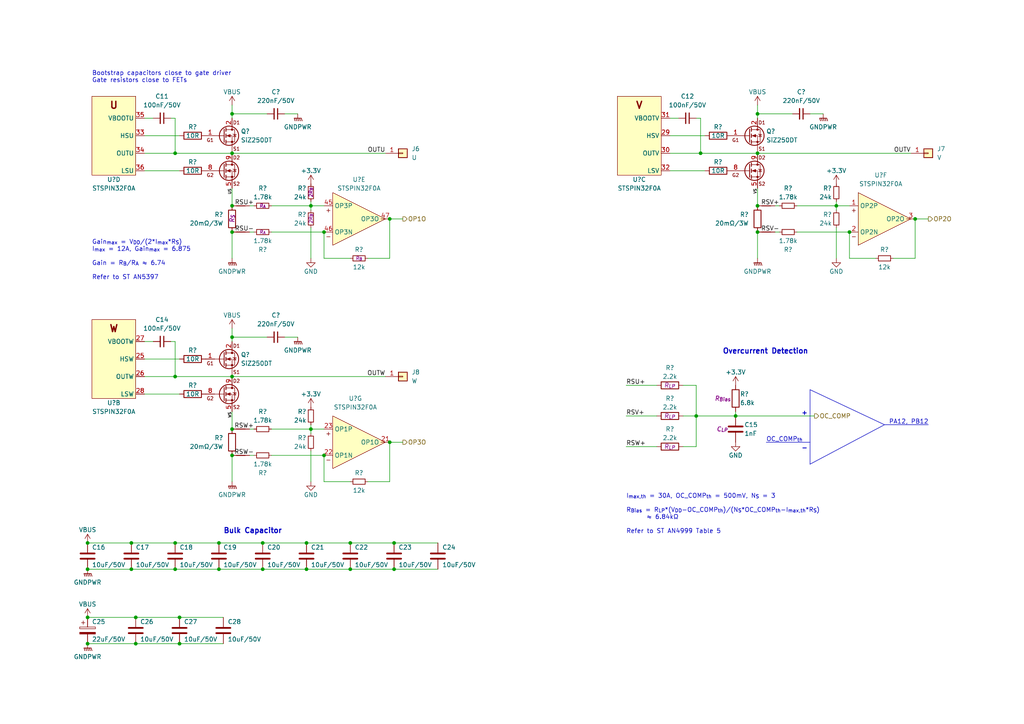
<source format=kicad_sch>
(kicad_sch (version 20230121) (generator eeschema)
  (paper "A4")
  (junction (at 67.31 109.22))
  (junction (at 114.3 165.1))
  (junction (at 219.71 33.02))
  (junction (at 38.1 165.1))
  (junction (at 50.8 44.45))
  (junction (at 25.4 186.69))
  (junction (at 113.03 63.5))
  (junction (at 88.9 157.48))
  (junction (at 114.3 157.48))
  (junction (at 90.17 59.69))
  (junction (at 203.2 44.45))
  (junction (at 242.57 59.69))
  (junction (at 113.03 128.27))
  (junction (at 213.36 120.65))
  (junction (at 219.71 59.69))
  (junction (at 101.6 157.48))
  (junction (at 39.37 186.69))
  (junction (at 67.31 67.31))
  (junction (at 201.93 120.65))
  (junction (at 52.07 186.69))
  (junction (at 52.07 179.07))
  (junction (at 50.8 165.1))
  (junction (at 25.4 157.48))
  (junction (at 25.4 165.1))
  (junction (at 88.9 165.1))
  (junction (at 90.17 124.46))
  (junction (at 25.4 179.07))
  (junction (at 101.6 165.1))
  (junction (at 50.8 109.22))
  (junction (at 219.71 44.45))
  (junction (at 76.2 165.1))
  (junction (at 67.31 124.46))
  (junction (at 67.31 33.02))
  (junction (at 265.43 63.5))
  (junction (at 63.5 165.1))
  (junction (at 67.31 44.45))
  (junction (at 50.8 157.48))
  (junction (at 246.38 67.31))
  (junction (at 38.1 157.48))
  (junction (at 76.2 157.48))
  (junction (at 93.98 67.31))
  (junction (at 93.98 132.08))
  (junction (at 67.31 97.79))
  (junction (at 39.37 179.07))
  (junction (at 63.5 157.48))
  (junction (at 219.71 67.31))
  (junction (at 67.31 132.08))
  (junction (at 67.31 59.69))
  (wire (pts (xy 76.2 157.48) (xy 88.9 157.48)))
  (wire (pts (xy 50.8 165.1) (xy 63.5 165.1)))
  (wire (pts (xy 73.66 124.46) (xy 72.39 124.46)))
  (wire (pts (xy 106.68 139.7) (xy 113.03 139.7)))
  (wire (pts (xy 259.08 74.93) (xy 265.43 74.93)))
  (wire (pts (xy 90.17 130.81) (xy 90.17 139.7)))
  (wire (pts (xy 194.31 49.53) (xy 204.47 49.53)))
  (wire (pts (xy 219.71 30.48) (xy 219.71 33.02)))
  (wire (pts (xy 203.2 44.45) (xy 219.71 44.45)))
  (wire (pts (xy 90.17 60.96) (xy 90.17 59.69)))
  (wire (pts (xy 49.53 34.29) (xy 50.8 34.29)))
  (wire (pts (xy 67.31 33.02) (xy 67.31 34.29)))
  (wire (pts (xy 196.85 34.29) (xy 194.31 34.29)))
  (wire (pts (xy 67.31 54.61) (xy 67.31 59.69)))
  (wire (pts (xy 38.1 157.48) (xy 50.8 157.48)))
  (wire (pts (xy 44.45 34.29) (xy 41.91 34.29)))
  (polyline (pts (xy 256.54 123.19) (xy 234.95 113.03)))
  (wire (pts (xy 88.9 165.1) (xy 101.6 165.1)))
  (wire (pts (xy 50.8 157.48) (xy 63.5 157.48)))
  (wire (pts (xy 113.03 74.93) (xy 113.03 63.5)))
  (wire (pts (xy 242.57 60.96) (xy 242.57 59.69)))
  (wire (pts (xy 265.43 63.5) (xy 269.24 63.5)))
  (wire (pts (xy 86.36 33.02) (xy 82.55 33.02)))
  (wire (pts (xy 78.74 124.46) (xy 90.17 124.46)))
  (wire (pts (xy 90.17 58.42) (xy 90.17 59.69)))
  (wire (pts (xy 201.93 34.29) (xy 203.2 34.29)))
  (wire (pts (xy 181.61 129.54) (xy 190.5 129.54)))
  (wire (pts (xy 41.91 39.37) (xy 52.07 39.37)))
  (wire (pts (xy 77.47 33.02) (xy 67.31 33.02)))
  (wire (pts (xy 25.4 186.69) (xy 39.37 186.69)))
  (wire (pts (xy 198.12 129.54) (xy 201.93 129.54)))
  (wire (pts (xy 63.5 157.48) (xy 76.2 157.48)))
  (wire (pts (xy 41.91 49.53) (xy 52.07 49.53)))
  (wire (pts (xy 90.17 66.04) (xy 90.17 74.93)))
  (wire (pts (xy 50.8 44.45) (xy 67.31 44.45)))
  (wire (pts (xy 246.38 67.31) (xy 246.38 74.93)))
  (polyline (pts (xy 234.95 134.62) (xy 256.54 123.19)))
  (wire (pts (xy 231.14 67.31) (xy 246.38 67.31)))
  (wire (pts (xy 73.66 59.69) (xy 72.39 59.69)))
  (wire (pts (xy 52.07 186.69) (xy 64.77 186.69)))
  (wire (pts (xy 242.57 58.42) (xy 242.57 59.69)))
  (wire (pts (xy 194.31 39.37) (xy 204.47 39.37)))
  (wire (pts (xy 25.4 179.07) (xy 39.37 179.07)))
  (wire (pts (xy 198.12 111.76) (xy 201.93 111.76)))
  (wire (pts (xy 194.31 44.45) (xy 203.2 44.45)))
  (wire (pts (xy 242.57 59.69) (xy 246.38 59.69)))
  (wire (pts (xy 67.31 74.93) (xy 67.31 67.31)))
  (wire (pts (xy 39.37 179.07) (xy 52.07 179.07)))
  (wire (pts (xy 231.14 59.69) (xy 242.57 59.69)))
  (wire (pts (xy 67.31 95.25) (xy 67.31 97.79)))
  (wire (pts (xy 52.07 179.07) (xy 64.77 179.07)))
  (wire (pts (xy 78.74 59.69) (xy 90.17 59.69)))
  (wire (pts (xy 203.2 34.29) (xy 203.2 44.45)))
  (wire (pts (xy 113.03 139.7) (xy 113.03 128.27)))
  (polyline (pts (xy 234.95 113.03) (xy 234.95 134.62)))
  (wire (pts (xy 265.43 74.93) (xy 265.43 63.5)))
  (wire (pts (xy 41.91 44.45) (xy 50.8 44.45)))
  (wire (pts (xy 219.71 54.61) (xy 219.71 59.69)))
  (wire (pts (xy 86.36 97.79) (xy 82.55 97.79)))
  (polyline (pts (xy 256.54 123.19) (xy 269.24 123.19)))
  (wire (pts (xy 213.36 119.38) (xy 213.36 120.65)))
  (wire (pts (xy 73.66 132.08) (xy 72.39 132.08)))
  (wire (pts (xy 78.74 67.31) (xy 93.98 67.31)))
  (wire (pts (xy 114.3 157.48) (xy 127 157.48)))
  (wire (pts (xy 90.17 124.46) (xy 93.98 124.46)))
  (wire (pts (xy 76.2 165.1) (xy 88.9 165.1)))
  (wire (pts (xy 88.9 157.48) (xy 101.6 157.48)))
  (wire (pts (xy 201.93 111.76) (xy 201.93 120.65)))
  (wire (pts (xy 44.45 99.06) (xy 41.91 99.06)))
  (wire (pts (xy 93.98 67.31) (xy 93.98 74.93)))
  (wire (pts (xy 201.93 120.65) (xy 213.36 120.65)))
  (wire (pts (xy 67.31 119.38) (xy 67.31 124.46)))
  (wire (pts (xy 50.8 34.29) (xy 50.8 44.45)))
  (wire (pts (xy 73.66 67.31) (xy 72.39 67.31)))
  (wire (pts (xy 49.53 99.06) (xy 50.8 99.06)))
  (wire (pts (xy 181.61 120.65) (xy 190.5 120.65)))
  (wire (pts (xy 25.4 165.1) (xy 38.1 165.1)))
  (wire (pts (xy 254 74.93) (xy 246.38 74.93)))
  (wire (pts (xy 219.71 44.45) (xy 264.16 44.45)))
  (wire (pts (xy 67.31 139.7) (xy 67.31 132.08)))
  (wire (pts (xy 114.3 165.1) (xy 127 165.1)))
  (wire (pts (xy 238.76 33.02) (xy 234.95 33.02)))
  (wire (pts (xy 78.74 132.08) (xy 93.98 132.08)))
  (wire (pts (xy 101.6 139.7) (xy 93.98 139.7)))
  (wire (pts (xy 90.17 59.69) (xy 93.98 59.69)))
  (wire (pts (xy 219.71 74.93) (xy 219.71 67.31)))
  (wire (pts (xy 106.68 74.93) (xy 113.03 74.93)))
  (wire (pts (xy 63.5 165.1) (xy 76.2 165.1)))
  (polyline (pts (xy 222.25 128.27) (xy 234.95 128.27)))
  (wire (pts (xy 113.03 63.5) (xy 116.84 63.5)))
  (wire (pts (xy 229.87 33.02) (xy 219.71 33.02)))
  (wire (pts (xy 90.17 125.73) (xy 90.17 124.46)))
  (wire (pts (xy 201.93 120.65) (xy 201.93 129.54)))
  (wire (pts (xy 41.91 114.3) (xy 52.07 114.3)))
  (wire (pts (xy 226.06 67.31) (xy 224.79 67.31)))
  (wire (pts (xy 242.57 66.04) (xy 242.57 74.93)))
  (wire (pts (xy 101.6 165.1) (xy 114.3 165.1)))
  (wire (pts (xy 113.03 128.27) (xy 116.84 128.27)))
  (wire (pts (xy 67.31 109.22) (xy 111.76 109.22)))
  (wire (pts (xy 226.06 59.69) (xy 224.79 59.69)))
  (wire (pts (xy 67.31 97.79) (xy 67.31 99.06)))
  (wire (pts (xy 41.91 104.14) (xy 52.07 104.14)))
  (wire (pts (xy 67.31 44.45) (xy 111.76 44.45)))
  (wire (pts (xy 38.1 165.1) (xy 50.8 165.1)))
  (wire (pts (xy 77.47 97.79) (xy 67.31 97.79)))
  (wire (pts (xy 213.36 120.65) (xy 236.22 120.65)))
  (wire (pts (xy 41.91 109.22) (xy 50.8 109.22)))
  (wire (pts (xy 50.8 109.22) (xy 67.31 109.22)))
  (wire (pts (xy 93.98 132.08) (xy 93.98 139.7)))
  (wire (pts (xy 39.37 186.69) (xy 52.07 186.69)))
  (wire (pts (xy 101.6 74.93) (xy 93.98 74.93)))
  (wire (pts (xy 50.8 99.06) (xy 50.8 109.22)))
  (wire (pts (xy 25.4 157.48) (xy 38.1 157.48)))
  (wire (pts (xy 198.12 120.65) (xy 201.93 120.65)))
  (wire (pts (xy 181.61 111.76) (xy 190.5 111.76)))
  (wire (pts (xy 219.71 33.02) (xy 219.71 34.29)))
  (wire (pts (xy 101.6 157.48) (xy 114.3 157.48)))
  (wire (pts (xy 67.31 30.48) (xy 67.31 33.02)))
  (wire (pts (xy 90.17 123.19) (xy 90.17 124.46)))
  (text "OC_COMP_{th}" (at 222.25 128.27 0) (effects (font (size 1.27 1.27)) (justify left bottom)))
  (text "Bootstrap capacitors close to gate driver\nGate resistors close to FETs" (at 26.67 24.13 0) (effects (font (size 1.27 1.27)) (justify left bottom)))
  (text "Bulk Capacitor" (at 64.77 154.94 0) (effects (font (size 1.5 1.5) (thickness 0.3) bold) (justify left bottom)))
  (text "PA12, PB12" (at 257.81 123.19 0) (effects (font (size 1.27 1.27)) (justify left bottom)))
  (text "Gain_{max} = V_{DD}/(2*I_{max}*R_{S})\nI_{max} = 12A, Gain_{max} = 6.875\n\nGain = R_{B}/R_{A} ≈ 6.74\n\nRefer to ST AN5397" (at 26.67 81.28 0) (effects (font (size 1.27 1.27)) (justify left bottom)))
  (text "Overcurrent Detection" (at 209.55 102.87 0) (effects (font (size 1.5 1.5) (thickness 0.3) bold) (justify left bottom)))
  (text "I_{max,th} = 30A, OC_COMP_{th} = 500mV, N_{S} = 3\n\nR_{Bias} = R_{LP}*(V_{DD}-OC_COMP_{th})/(N_{S}*OC_COMP_{th}-I_{max,th}*R_{S})\n      ≈ 6.84kΩ\n\nRefer to ST AN4999 Table 5\n" (at 181.61 154.94 0) (effects (font (size 1.27 1.27)) (justify left bottom)))
  (text "+" (at 232.41 120.65 0) (effects (font (size 1.27 1.27) bold) (justify left bottom)))
  (text "-" (at 232.41 130.81 0) (effects (font (size 1.27 1.27) bold) (justify left bottom)))
  (label "WS" (at 67.31 119.38 270) (effects (font (size 0.8 0.8))))
  (label "RSW-" (at 73.66 132.08 180))
  (label "OUTW" (at 111.76 109.22 180))
  (label "RSU-" (at 73.66 67.31 180))
  (label "RSW+" (at 181.61 129.54 0))
  (label "US" (at 67.31 54.61 270) (effects (font (size 0.8 0.8))))
  (label "OUTV" (at 264.16 44.45 180))
  (label "RSU+" (at 181.61 111.76 0))
  (label "VS" (at 219.71 54.61 270) (effects (font (size 0.8 0.8))))
  (label "RSV+" (at 181.61 120.65 0))
  (label "RSW+" (at 73.66 124.46 180))
  (label "RSV-" (at 226.06 67.31 180))
  (label "RSV+" (at 226.06 59.69 180))
  (label "OUTU" (at 111.76 44.45 180))
  (label "RSU+" (at 73.66 59.69 180))
  (hierarchical_label "OC_COMP" (shape output) (at 236.22 120.65 0))
  (hierarchical_label "OP3O" (shape output) (at 116.84 128.27 0))
  (hierarchical_label "OP2O" (shape output) (at 269.24 63.5 0))
  (hierarchical_label "OP1O" (shape output) (at 116.84 63.5 0))
  (symbol (lib_id "power:VBUS") (at 25.4 157.48 0) (unit 1)
    (property "Reference" "#PWR019" (effects hide))
    (property "Value" "VBUS" (at 25.4 153.67 0))
    (instances (project "moco-rd321" (path "" (reference "#PWR019") (unit 1)) (path "" (reference "#PWR038") (unit 1))))
  )
  (symbol (lib_name "STSPIN32F0A_2") (lib_id "moco:STSPIN32F0A") (at 33.02 104.14 0) (unit 2)
    (property "Reference" "U?" (at 33.02 116.84 0))
    (property "Value" "STSPIN32F0A" (at 33.02 119.38 0))
    (property "Footprint" "moco:VFQFN-48_7x7_EP2.8mm_Pitch0.5mm" (effects hide))
    (property "Datasheet" "https://www.st.com/resource/en/datasheet/stspin32f0a.pdf" (effects hide))
    (property "LCSC" "C1520987" (effects hide))
    (property "MFR. Part#" "STSPIN32F0A" (effects hide))
    (instances (project "moco-rd321" (path "" (reference "U?") (unit 2)) (path "" (reference "U1") (unit 2))))
  )
  (symbol (lib_id "Device:C") (at 213.36 124.46 0) (mirror y) (unit 1)
    (property "Reference" "C15" (at 215.9 123.1963 0) (effects (justify right)))
    (property "Value" "1nF" (at 215.9 125.7363 0) (effects (justify right)))
    (property "Footprint" "Capacitor_SMD:C_0402_1005Metric" (effects hide))
    (property "LCSC" "C1523" (effects hide))
    (property "MFR. Part#" "0402B102K500NT" (effects hide))
    (property "Note" "C_{LP}" (at 209.55 124.46 0) (effects (font italic)))
  )
  (symbol (lib_id "Device:NetTie_2") (at 69.85 67.31 0) (mirror y) (unit 1) (in_bom no)
    (property "Reference" "NT?" (effects hide))
    (property "Value" "NetTie_2" (effects hide))
    (property "Footprint" "NetTie:NetTie-2_SMD_Pad0.5mm" (effects hide))
    (instances (project "moco-rd321" (path "" (reference "NT?") (unit 1)) (path "" (reference "NT4") (unit 1))) (project "moco-rd501" (path "" (reference "NT?") (unit 1))))
  )
  (symbol (lib_id "Device:R") (at 67.31 63.5 0) (mirror y) (unit 1)
    (property "Reference" "R?" (at 64.77 62.23 0) (effects (justify left)))
    (property "Value" "20mΩ/3W" (at 64.77 64.77 0) (effects (justify left)))
    (property "Footprint" "Resistor_SMD:R_2512_6332Metric" (effects hide))
    (property "LCSC" "C840620" (effects hide))
    (property "MFR. Part#" "CRA2512-FZ-R020ELF" (effects hide))
    (property "Note" "R_{S}" (at 67.31 63.5 90) (effects (font italic)))
    (instances (project "moco-rd321" (path "" (reference "R?") (unit 1)) (path "" (reference "R14") (unit 1))) (project "moco-rd501" (path "" (reference "R?") (unit 1))))
  )
  (symbol (lib_id "Device:R_Small") (at 76.2 132.08 90) (mirror x) (unit 1)
    (property "Reference" "R?" (at 76.2 137.16 90))
    (property "Value" "1.78k" (at 76.2 134.62 90))
    (property "Footprint" "Resistor_SMD:R_0402_1005Metric" (effects hide))
    (property "LCSC" "C284379" (effects hide))
    (property "MFR. Part#" "ARG02FTC1781" (effects hide))
    (instances (project "moco-rd321" (path "" (reference "R?") (unit 1)) (path "" (reference "R32") (unit 1))))
  )
  (symbol (lib_id "Device:R_Small") (at 228.6 67.31 90) (mirror x) (unit 1)
    (property "Reference" "R?" (at 228.6 72.39 90))
    (property "Value" "1.78k" (at 228.6 69.85 90))
    (property "Footprint" "Resistor_SMD:R_0402_1005Metric" (effects hide))
    (property "LCSC" "C284379" (effects hide))
    (property "MFR. Part#" "ARG02FTC1781" (effects hide))
    (instances (project "moco-rd321" (path "" (reference "R?") (unit 1)) (path "" (reference "R19") (unit 1))))
  )
  (symbol (lib_id "power:VBUS") (at 219.71 30.48 0) (unit 1)
    (property "Reference" "#PWR019" (effects hide))
    (property "Value" "VBUS" (at 219.71 26.67 0))
    (instances (project "moco-rd321" (path "" (reference "#PWR019") (unit 1)) (path "" (reference "#PWR028") (unit 1))))
  )
  (symbol (lib_name "STSPIN32F0A_3") (lib_id "moco:STSPIN32F0A") (at 185.42 39.37 0) (unit 3)
    (property "Reference" "U?" (at 185.42 52.07 0))
    (property "Value" "STSPIN32F0A" (at 185.42 54.61 0))
    (property "Footprint" "moco:VFQFN-48_7x7_EP2.8mm_Pitch0.5mm" (effects hide))
    (property "Datasheet" "https://www.st.com/resource/en/datasheet/stspin32f0a.pdf" (effects hide))
    (property "LCSC" "C1520987" (effects hide))
    (property "MFR. Part#" "STSPIN32F0A" (effects hide))
    (instances (project "moco-rd321" (path "" (reference "U?") (unit 3)) (path "" (reference "U1") (unit 3))))
  )
  (symbol (lib_id "Connector_Generic:Conn_01x01") (at 269.24 44.45 0) (unit 1)
    (property "Reference" "J7" (at 271.78 43.18 0) (effects (justify left)))
    (property "Value" "V" (at 271.78 45.72 0) (effects (justify left)))
    (property "Footprint" "moco:wire_2.2mm" (effects hide))
    (instances (project "moco-rd321" (path "" (reference "J7") (unit 1))) (project "moco-oi401" (path "" (reference "J?") (unit 1)) (path "" (reference "J?") (unit 1))) (project "moco-bkd8316" (path "" (reference "J?") (unit 1))))
  )
  (symbol (lib_id "Device:R_Small") (at 242.57 55.88 0) (mirror y) (unit 1)
    (property "Reference" "R?" (at 241.3 54.61 0) (effects (justify left)))
    (property "Value" "24k" (at 241.3 57.15 0) (effects (justify left)))
    (property "Footprint" "Resistor_SMD:R_0402_1005Metric" (effects hide))
    (property "LCSC" "C25769" (effects hide))
    (property "MFR. Part#" "0402WGF2402TCE" (effects hide))
    (instances (project "moco-rd321" (path "" (reference "R?") (unit 1)) (path "" (reference "R11") (unit 1))))
  )
  (symbol (lib_id "Device:C_Polarized") (at 25.4 182.88 0) (unit 1)
    (property "Reference" "C25" (at 26.67 180.34 0) (effects (justify left)))
    (property "Value" "22uF/50V" (at 26.67 185.42 0) (effects (justify left)))
    (property "Footprint" "Capacitor_SMD:CP_Elec_5x5.8" (effects hide))
    (property "LCSC" "C336246" (effects hide))
    (property "MFR. Part#" "EEEFT1H220AR" (effects hide))
  )
  (symbol (lib_id "power:+3.3V") (at 90.17 118.11 0) (unit 1)
    (property "Reference" "#PWR?" (effects hide))
    (property "Value" "+3.3V" (at 90.17 114.3 0))
    (instances (project "moco-rd321" (path "" (reference "#PWR?") (unit 1)) (path "" (reference "#PWR?") (unit 1)) (path "" (reference "#PWR041") (unit 1))))
  )
  (symbol (lib_id "Device:R_Small") (at 104.14 139.7 90) (unit 1)
    (property "Reference" "R?" (at 104.14 137.16 90))
    (property "Value" "12k" (at 104.14 142.24 90))
    (property "Footprint" "Resistor_SMD:R_0402_1005Metric" (effects hide))
    (property "LCSC" "C25752" (effects hide))
    (property "MFR. Part#" "0402WGF1202TCE" (effects hide))
    (instances (project "moco-rd321" (path "" (reference "R?") (unit 1)) (path "" (reference "R33") (unit 1))))
  )
  (symbol (lib_id "Device:R_Small") (at 228.6 59.69 90) (unit 1)
    (property "Reference" "R?" (at 228.6 54.61 90))
    (property "Value" "1.78k" (at 228.6 57.15 90))
    (property "Footprint" "Resistor_SMD:R_0402_1005Metric" (effects hide))
    (property "LCSC" "C284379" (effects hide))
    (property "MFR. Part#" "ARG02FTC1781" (effects hide))
    (instances (project "moco-rd321" (path "" (reference "R?") (unit 1)) (path "" (reference "R13") (unit 1))))
  )
  (symbol (lib_id "power:GND") (at 213.36 128.27 0) (unit 1)
    (property "Reference" "#PWR?" (effects hide))
    (property "Value" "GND" (at 213.36 132.08 0))
    (instances (project "moco-rd321" (path "" (reference "#PWR?") (unit 1)) (path "" (reference "#PWR042") (unit 1))))
  )
  (symbol (lib_id "Device:R") (at 194.31 111.76 90) (unit 1)
    (property "Reference" "R?" (at 194.31 106.68 90))
    (property "Value" "2.2k" (at 194.31 109.22 90))
    (property "Footprint" "Resistor_SMD:R_0402_1005Metric" (effects hide))
    (property "LCSC" "C25879" (effects hide))
    (property "MFR. Part#" "0402WGF2201TCE" (effects hide))
    (property "Note" "R_{LP}" (at 194.31 111.76 90) (effects (font italic)))
    (instances (project "moco-rd321" (path "" (reference "R?") (unit 1)) (path "" (reference "R23") (unit 1))))
  )
  (symbol (lib_id "Device:R") (at 208.28 49.53 90) (unit 1)
    (property "Reference" "R?" (at 208.28 46.99 90))
    (property "Value" "10R" (at 208.28 49.53 90))
    (property "Footprint" "Resistor_SMD:R_0402_1005Metric" (effects hide))
    (property "LCSC" "C25077" (effects hide))
    (property "MFR. Part#" "0402WGF100JTCE" (effects hide))
    (instances (project "moco-rd321" (path "" (reference "R?") (unit 1)) (path "" (reference "R9") (unit 1))))
  )
  (symbol (lib_id "Device:R") (at 55.88 49.53 90) (unit 1)
    (property "Reference" "R?" (at 55.88 46.99 90))
    (property "Value" "10R" (at 55.88 49.53 90))
    (property "Footprint" "Resistor_SMD:R_0402_1005Metric" (effects hide))
    (property "LCSC" "C25077" (effects hide))
    (property "MFR. Part#" "0402WGF100JTCE" (effects hide))
    (instances (project "moco-rd321" (path "" (reference "R?") (unit 1)) (path "" (reference "R8") (unit 1))))
  )
  (symbol (lib_id "Device:R") (at 55.88 39.37 90) (unit 1)
    (property "Reference" "R?" (at 55.88 36.83 90))
    (property "Value" "10R" (at 55.88 39.37 90))
    (property "Footprint" "Resistor_SMD:R_0402_1005Metric" (effects hide))
    (property "LCSC" "C25077" (effects hide))
    (property "MFR. Part#" "0402WGF100JTCE" (effects hide))
    (instances (project "moco-rd321" (path "" (reference "R?") (unit 1)) (path "" (reference "R6") (unit 1))))
  )
  (symbol (lib_id "power:GNDPWR") (at 86.36 97.79 0) (mirror y) (unit 1)
    (property "Reference" "#PWR?" (effects hide))
    (property "Value" "GNDPWR" (at 86.36 101.6 0))
    (instances (project "moco-rd321" (path "" (reference "#PWR?") (unit 1)) (path "" (reference "#PWR039") (unit 1))) (project "moco-rd501" (path "" (reference "#PWR?") (unit 1))))
  )
  (symbol (lib_id "Device:R_Small") (at 90.17 55.88 0) (mirror y) (unit 1)
    (property "Reference" "R?" (at 88.9 54.61 0) (effects (justify left)))
    (property "Value" "24k" (at 88.9 57.15 0) (effects (justify left)))
    (property "Footprint" "Resistor_SMD:R_0402_1005Metric" (effects hide))
    (property "LCSC" "C25769" (effects hide))
    (property "MFR. Part#" "0402WGF2402TCE" (effects hide))
    (property "Note" "2R_{B}" (at 90.17 55.88 90) (effects (font (size 1 1) italic)))
    (instances (project "moco-rd321" (path "" (reference "R?") (unit 1)) (path "" (reference "R10") (unit 1))))
  )
  (symbol (lib_id "Device:R_Small") (at 256.54 74.93 90) (unit 1)
    (property "Reference" "R?" (at 256.54 72.39 90))
    (property "Value" "12k" (at 256.54 77.47 90))
    (property "Footprint" "Resistor_SMD:R_0402_1005Metric" (effects hide))
    (property "LCSC" "C25752" (effects hide))
    (property "MFR. Part#" "0402WGF1202TCE" (effects hide))
    (instances (project "moco-rd321" (path "" (reference "R?") (unit 1)) (path "" (reference "R21") (unit 1))))
  )
  (symbol (lib_id "Device:C") (at 50.8 161.29 0) (mirror y) (unit 1)
    (property "Reference" "C18" (at 52.07 158.75 0) (effects (justify right)))
    (property "Value" "10uF/50V" (at 52.07 163.83 0) (effects (justify right)))
    (property "Footprint" "Capacitor_SMD:C_0805_2012Metric" (effects hide))
    (property "LCSC" "C440198" (effects hide))
    (property "MFR. Part#" "GRM21BR61H106KE43L" (effects hide))
    (instances (project "moco-rd321" (path "" (reference "C18") (unit 1))) (project "moco-oi401" (path "" (reference "C?") (unit 1)) (path "" (reference "C?") (unit 1))) (project "moco-bkd8316" (path "" (reference "C?") (unit 1))))
  )
  (symbol (lib_id "Device:R") (at 208.28 39.37 90) (unit 1)
    (property "Reference" "R?" (at 208.28 36.83 90))
    (property "Value" "10R" (at 208.28 39.37 90))
    (property "Footprint" "Resistor_SMD:R_0402_1005Metric" (effects hide))
    (property "LCSC" "C25077" (effects hide))
    (property "MFR. Part#" "0402WGF100JTCE" (effects hide))
    (instances (project "moco-rd321" (path "" (reference "R?") (unit 1)) (path "" (reference "R7") (unit 1))))
  )
  (symbol (lib_id "moco:STSPIN32F0A") (at 101.6 63.5 0) (unit 5)
    (property "Reference" "U?" (at 104.14 52.07 0))
    (property "Value" "STSPIN32F0A" (at 104.14 54.61 0))
    (property "Footprint" "moco:VFQFN-48_7x7_EP2.8mm_Pitch0.5mm" (effects hide))
    (property "Datasheet" "https://www.st.com/resource/en/datasheet/stspin32f0a.pdf" (effects hide))
    (property "LCSC" "C1520987" (effects hide))
    (property "MFR. Part#" "STSPIN32F0A" (effects hide))
    (instances (project "moco-rd321" (path "" (reference "U?") (unit 5)) (path "" (reference "U1") (unit 5))))
  )
  (symbol (lib_id "Device:C_Small") (at 232.41 33.02 270) (mirror x) (unit 1)
    (property "Reference" "C?" (at 232.41 26.67 90))
    (property "Value" "220nF/50V" (at 232.41 29.21 90))
    (property "Footprint" "Capacitor_SMD:C_0805_2012Metric" (effects hide))
    (property "LCSC" "C5378" (effects hide))
    (property "MFR. Part#" "CL21B224KBFNNNE" (effects hide))
    (instances (project "moco-rd321" (path "" (reference "C?") (unit 1)) (path "" (reference "C10") (unit 1))))
  )
  (symbol (lib_id "Device:R") (at 219.71 63.5 0) (mirror y) (unit 1)
    (property "Reference" "R?" (at 217.17 62.23 0) (effects (justify left)))
    (property "Value" "20mΩ/3W" (at 217.17 64.77 0) (effects (justify left)))
    (property "Footprint" "Resistor_SMD:R_2512_6332Metric" (effects hide))
    (property "LCSC" "C840620" (effects hide))
    (property "MFR. Part#" "CRA2512-FZ-R020ELF" (effects hide))
    (instances (project "moco-rd321" (path "" (reference "R?") (unit 1)) (path "" (reference "R16") (unit 1))) (project "moco-rd501" (path "" (reference "R?") (unit 1))))
  )
  (symbol (lib_id "Device:R") (at 194.31 129.54 90) (unit 1)
    (property "Reference" "R?" (at 194.31 124.46 90))
    (property "Value" "2.2k" (at 194.31 127 90))
    (property "Footprint" "Resistor_SMD:R_0402_1005Metric" (effects hide))
    (property "LCSC" "C25879" (effects hide))
    (property "MFR. Part#" "0402WGF2201TCE" (effects hide))
    (property "Note" "R_{LP}" (at 194.31 129.54 90) (effects (font italic)))
    (instances (project "moco-rd321" (path "" (reference "R?") (unit 1)) (path "" (reference "R29") (unit 1))))
  )
  (symbol (lib_id "Device:R_Small") (at 104.14 74.93 90) (unit 1)
    (property "Reference" "R?" (at 104.14 72.39 90))
    (property "Value" "12k" (at 104.14 77.47 90))
    (property "Footprint" "Resistor_SMD:R_0402_1005Metric" (effects hide))
    (property "LCSC" "C25752" (effects hide))
    (property "MFR. Part#" "0402WGF1202TCE" (effects hide))
    (property "Note" "R_{B}" (at 104.14 74.93 90) (effects (font (size 1 1) italic)))
    (instances (project "moco-rd321" (path "" (reference "R?") (unit 1)) (path "" (reference "R20") (unit 1))))
  )
  (symbol (lib_id "power:GND") (at 90.17 74.93 0) (unit 1)
    (property "Reference" "#PWR?" (effects hide))
    (property "Value" "GND" (at 90.17 78.74 0))
    (instances (project "moco-rd321" (path "" (reference "#PWR?") (unit 1)) (path "" (reference "#PWR035") (unit 1))))
  )
  (symbol (lib_id "power:VBUS") (at 67.31 30.48 0) (unit 1)
    (property "Reference" "#PWR019" (effects hide))
    (property "Value" "VBUS" (at 67.31 26.67 0))
    (instances (project "moco-rd321" (path "" (reference "#PWR019") (unit 1)) (path "" (reference "#PWR022") (unit 1))))
  )
  (symbol (lib_id "Connector_Generic:Conn_01x01") (at 116.84 44.45 0) (unit 1)
    (property "Reference" "J6" (at 119.38 43.18 0) (effects (justify left)))
    (property "Value" "U" (at 119.38 45.72 0) (effects (justify left)))
    (property "Footprint" "moco:wire_2.2mm" (effects hide))
    (instances (project "moco-rd321" (path "" (reference "J6") (unit 1))) (project "moco-oi401" (path "" (reference "J?") (unit 1)) (path "" (reference "J?") (unit 1))) (project "moco-bkd8316" (path "" (reference "J?") (unit 1))))
  )
  (symbol (lib_id "Device:NetTie_2") (at 69.85 124.46 0) (mirror y) (unit 1) (in_bom no)
    (property "Reference" "NT?" (effects hide))
    (property "Value" "NetTie_2" (effects hide))
    (property "Footprint" "NetTie:NetTie-2_SMD_Pad0.5mm" (effects hide))
    (instances (project "moco-rd321" (path "" (reference "NT?") (unit 1)) (path "" (reference "NT6") (unit 1))) (project "moco-rd501" (path "" (reference "NT?") (unit 1))))
  )
  (symbol (lib_id "moco:STSPIN32F0A") (at 101.6 128.27 0) (unit 7)
    (property "Reference" "U?" (at 103.0761 115.57 0))
    (property "Value" "STSPIN32F0A" (at 103.0761 118.11 0))
    (property "Footprint" "moco:VFQFN-48_7x7_EP2.8mm_Pitch0.5mm" (effects hide))
    (property "Datasheet" "https://www.st.com/resource/en/datasheet/stspin32f0a.pdf" (effects hide))
    (property "LCSC" "C1520987" (effects hide))
    (property "MFR. Part#" "STSPIN32F0A" (effects hide))
    (instances (project "moco-rd321" (path "" (reference "U?") (unit 7)) (path "" (reference "U1") (unit 7))))
  )
  (symbol (lib_id "Device:C") (at 64.77 182.88 0) (mirror y) (unit 1)
    (property "Reference" "C28" (at 66.04 180.34 0) (effects (justify right)))
    (property "Value" "10uF/50V" (at 66.04 185.42 0) (effects (justify right)))
    (property "Footprint" "Capacitor_SMD:C_0805_2012Metric" (effects hide))
    (property "LCSC" "C440198" (effects hide))
    (property "MFR. Part#" "GRM21BR61H106KE43L" (effects hide))
    (instances (project "moco-rd321" (path "" (reference "C28") (unit 1))) (project "moco-oi401" (path "" (reference "C?") (unit 1)) (path "" (reference "C?") (unit 1))) (project "moco-bkd8316" (path "" (reference "C?") (unit 1))))
  )
  (symbol (lib_id "Device:C") (at 63.5 161.29 0) (mirror y) (unit 1)
    (property "Reference" "C19" (at 64.77 158.75 0) (effects (justify right)))
    (property "Value" "10uF/50V" (at 64.77 163.83 0) (effects (justify right)))
    (property "Footprint" "Capacitor_SMD:C_0805_2012Metric" (effects hide))
    (property "LCSC" "C440198" (effects hide))
    (property "MFR. Part#" "GRM21BR61H106KE43L" (effects hide))
    (instances (project "moco-rd321" (path "" (reference "C19") (unit 1))) (project "moco-oi401" (path "" (reference "C?") (unit 1)) (path "" (reference "C?") (unit 1))) (project "moco-bkd8316" (path "" (reference "C?") (unit 1))))
  )
  (symbol (lib_id "Device:R_Small") (at 76.2 124.46 90) (unit 1)
    (property "Reference" "R?" (at 76.2 119.38 90))
    (property "Value" "1.78k" (at 76.2 121.92 90))
    (property "Footprint" "Resistor_SMD:R_0402_1005Metric" (effects hide))
    (property "LCSC" "C284379" (effects hide))
    (property "MFR. Part#" "ARG02FTC1781" (effects hide))
    (instances (project "moco-rd321" (path "" (reference "R?") (unit 1)) (path "" (reference "R28") (unit 1))))
  )
  (symbol (lib_id "Device:C") (at 127 161.29 0) (mirror y) (unit 1)
    (property "Reference" "C24" (at 128.27 158.75 0) (effects (justify right)))
    (property "Value" "10uF/50V" (at 128.27 163.83 0) (effects (justify right)))
    (property "Footprint" "Capacitor_SMD:C_0805_2012Metric" (effects hide))
    (property "LCSC" "C440198" (effects hide))
    (property "MFR. Part#" "GRM21BR61H106KE43L" (effects hide))
    (instances (project "moco-rd321" (path "" (reference "C24") (unit 1))) (project "moco-oi401" (path "" (reference "C?") (unit 1)) (path "" (reference "C?") (unit 1))) (project "moco-bkd8316" (path "" (reference "C?") (unit 1))))
  )
  (symbol (lib_id "Device:C") (at 39.37 182.88 0) (mirror y) (unit 1)
    (property "Reference" "C26" (at 40.64 180.34 0) (effects (justify right)))
    (property "Value" "10uF/50V" (at 40.64 185.42 0) (effects (justify right)))
    (property "Footprint" "Capacitor_SMD:C_0805_2012Metric" (effects hide))
    (property "LCSC" "C440198" (effects hide))
    (property "MFR. Part#" "GRM21BR61H106KE43L" (effects hide))
    (instances (project "moco-rd321" (path "" (reference "C26") (unit 1))) (project "moco-oi401" (path "" (reference "C?") (unit 1)) (path "" (reference "C?") (unit 1))) (project "moco-bkd8316" (path "" (reference "C?") (unit 1))))
  )
  (symbol (lib_id "Device:C") (at 76.2 161.29 0) (mirror y) (unit 1)
    (property "Reference" "C20" (at 77.47 158.75 0) (effects (justify right)))
    (property "Value" "10uF/50V" (at 77.47 163.83 0) (effects (justify right)))
    (property "Footprint" "Capacitor_SMD:C_0805_2012Metric" (effects hide))
    (property "LCSC" "C440198" (effects hide))
    (property "MFR. Part#" "GRM21BR61H106KE43L" (effects hide))
    (instances (project "moco-rd321" (path "" (reference "C20") (unit 1))) (project "moco-oi401" (path "" (reference "C?") (unit 1)) (path "" (reference "C?") (unit 1))) (project "moco-bkd8316" (path "" (reference "C?") (unit 1))))
  )
  (symbol (lib_id "Device:C_Small") (at 80.01 97.79 270) (mirror x) (unit 1)
    (property "Reference" "C?" (at 80.01 91.44 90))
    (property "Value" "220nF/50V" (at 80.01 93.98 90))
    (property "Footprint" "Capacitor_SMD:C_0805_2012Metric" (effects hide))
    (property "LCSC" "C5378" (effects hide))
    (property "MFR. Part#" "CL21B224KBFNNNE" (effects hide))
    (instances (project "moco-rd321" (path "" (reference "C?") (unit 1)) (path "" (reference "C13") (unit 1))))
  )
  (symbol (lib_id "Device:R_Small") (at 76.2 59.69 90) (unit 1)
    (property "Reference" "R?" (at 76.2 54.61 90))
    (property "Value" "1.78k" (at 76.2 57.15 90))
    (property "Footprint" "Resistor_SMD:R_0402_1005Metric" (effects hide))
    (property "LCSC" "C284379" (effects hide))
    (property "MFR. Part#" "ARG02FTC1781" (effects hide))
    (property "Note" "R_{A}" (at 76.2 59.69 90) (effects (font (size 1 1) italic)))
    (instances (project "moco-rd321" (path "" (reference "R?") (unit 1)) (path "" (reference "R12") (unit 1))))
  )
  (symbol (lib_id "moco:SiZ250DT") (at 219.71 44.45 0) (unit 1)
    (property "Reference" "Q?" (at 222.25 38.1 0) (effects (justify left)))
    (property "Value" "SiZ250DT" (at 222.25 40.64 0) (effects (justify left)))
    (property "Footprint" "moco:PowerPAIR_3x3S_TP" (effects hide))
    (property "Datasheet" "https://www.vishay.com/docs/77227/siz250dt.pdf" (effects hide))
    (property "LCSC" "C3279427" (effects hide))
    (property "MFR. Part#" "SIZ250DT-T1-GE3" (effects hide))
    (instances (project "moco-rd321" (path "" (reference "Q?") (unit 1)) (path "" (reference "Q2") (unit 1))))
  )
  (symbol (lib_id "Device:R") (at 194.31 120.65 90) (unit 1)
    (property "Reference" "R?" (at 194.31 115.57 90))
    (property "Value" "2.2k" (at 194.31 118.11 90))
    (property "Footprint" "Resistor_SMD:R_0402_1005Metric" (effects hide))
    (property "LCSC" "C25879" (effects hide))
    (property "MFR. Part#" "0402WGF2201TCE" (effects hide))
    (property "Note" "R_{LP}" (at 194.31 120.65 90) (effects (font italic)))
    (instances (project "moco-rd321" (path "" (reference "R?") (unit 1)) (path "" (reference "R26") (unit 1))))
  )
  (symbol (lib_id "Device:C") (at 25.4 161.29 0) (mirror y) (unit 1)
    (property "Reference" "C16" (at 26.67 158.75 0) (effects (justify right)))
    (property "Value" "10uF/50V" (at 26.67 163.83 0) (effects (justify right)))
    (property "Footprint" "Capacitor_SMD:C_0805_2012Metric" (effects hide))
    (property "LCSC" "C440198" (effects hide))
    (property "MFR. Part#" "GRM21BR61H106KE43L" (effects hide))
    (instances (project "moco-rd321" (path "" (reference "C16") (unit 1))) (project "moco-oi401" (path "" (reference "C?") (unit 1)) (path "" (reference "C?") (unit 1))) (project "moco-bkd8316" (path "" (reference "C?") (unit 1))))
  )
  (symbol (lib_id "power:GND") (at 242.57 74.93 0) (unit 1)
    (property "Reference" "#PWR?" (effects hide))
    (property "Value" "GND" (at 242.57 78.74 0))
    (instances (project "moco-rd321" (path "" (reference "#PWR?") (unit 1)) (path "" (reference "#PWR037") (unit 1))))
  )
  (symbol (lib_id "Device:C_Small") (at 80.01 33.02 270) (mirror x) (unit 1)
    (property "Reference" "C?" (at 80.01 26.67 90))
    (property "Value" "220nF/50V" (at 80.01 29.21 90))
    (property "Footprint" "Capacitor_SMD:C_0805_2012Metric" (effects hide))
    (property "LCSC" "C5378" (effects hide))
    (property "MFR. Part#" "CL21B224KBFNNNE" (effects hide))
    (instances (project "moco-rd321" (path "" (reference "C?") (unit 1)) (path "" (reference "C9") (unit 1))))
  )
  (symbol (lib_id "power:VBUS") (at 25.4 179.07 0) (unit 1)
    (property "Reference" "#PWR019" (effects hide))
    (property "Value" "VBUS" (at 25.4 175.26 0))
    (instances (project "moco-rd321" (path "" (reference "#PWR019") (unit 1)) (path "" (reference "#PWR045") (unit 1))))
  )
  (symbol (lib_id "Device:NetTie_2") (at 222.25 59.69 0) (mirror y) (unit 1) (in_bom no)
    (property "Reference" "NT?" (effects hide))
    (property "Value" "NetTie_2" (effects hide))
    (property "Footprint" "NetTie:NetTie-2_SMD_Pad0.5mm" (effects hide))
    (instances (project "moco-rd321" (path "" (reference "NT?") (unit 1)) (path "" (reference "NT3") (unit 1))) (project "moco-rd501" (path "" (reference "NT?") (unit 1))))
  )
  (symbol (lib_id "power:GNDPWR") (at 86.36 33.02 0) (mirror y) (unit 1)
    (property "Reference" "#PWR?" (effects hide))
    (property "Value" "GNDPWR" (at 86.36 36.83 0))
    (instances (project "moco-rd321" (path "" (reference "#PWR?") (unit 1)) (path "" (reference "#PWR030") (unit 1))) (project "moco-rd501" (path "" (reference "#PWR?") (unit 1))))
  )
  (symbol (lib_id "Device:C_Small") (at 46.99 99.06 270) (unit 1)
    (property "Reference" "C14" (at 46.99 92.71 90))
    (property "Value" "100nF/50V" (at 46.99 95.25 90))
    (property "Footprint" "Capacitor_SMD:C_0402_1005Metric" (effects hide))
    (property "LCSC" "C307331" (effects hide))
    (property "MFR. Part#" "CL05B104KB54PNC" (effects hide))
    (instances (project "moco-rd321" (path "" (reference "C14") (unit 1))) (project "moco-oi401" (path "" (reference "C?") (unit 1)) (path "" (reference "C?") (unit 1))) (project "moco-bkd8316" (path "" (reference "C?") (unit 1))))
  )
  (symbol (lib_id "power:GNDPWR") (at 238.76 33.02 0) (mirror y) (unit 1)
    (property "Reference" "#PWR?" (effects hide))
    (property "Value" "GNDPWR" (at 238.76 36.83 0))
    (instances (project "moco-rd321" (path "" (reference "#PWR?") (unit 1)) (path "" (reference "#PWR031") (unit 1))) (project "moco-rd501" (path "" (reference "#PWR?") (unit 1))))
  )
  (symbol (lib_id "Device:R_Small") (at 90.17 63.5 0) (mirror y) (unit 1)
    (property "Reference" "R?" (at 88.9 62.23 0) (effects (justify left)))
    (property "Value" "24k" (at 88.9 64.77 0) (effects (justify left)))
    (property "Footprint" "Resistor_SMD:R_0402_1005Metric" (effects hide))
    (property "LCSC" "C25769" (effects hide))
    (property "MFR. Part#" "0402WGF2402TCE" (effects hide))
    (property "Note" "2R_{B}" (at 90.17 63.5 90) (effects (font (size 1 1) italic)))
    (instances (project "moco-rd321" (path "" (reference "R?") (unit 1)) (path "" (reference "R15") (unit 1))))
  )
  (symbol (lib_id "Device:C_Small") (at 199.39 34.29 270) (unit 1)
    (property "Reference" "C12" (at 199.39 27.94 90))
    (property "Value" "100nF/50V" (at 199.39 30.48 90))
    (property "Footprint" "Capacitor_SMD:C_0402_1005Metric" (effects hide))
    (property "LCSC" "C307331" (effects hide))
    (property "MFR. Part#" "CL05B104KB54PNC" (effects hide))
    (instances (project "moco-rd321" (path "" (reference "C12") (unit 1))) (project "moco-oi401" (path "" (reference "C?") (unit 1)) (path "" (reference "C?") (unit 1))) (project "moco-bkd8316" (path "" (reference "C?") (unit 1))))
  )
  (symbol (lib_id "Device:C") (at 88.9 161.29 0) (mirror y) (unit 1)
    (property "Reference" "C21" (at 90.17 158.75 0) (effects (justify right)))
    (property "Value" "10uF/50V" (at 90.17 163.83 0) (effects (justify right)))
    (property "Footprint" "Capacitor_SMD:C_0805_2012Metric" (effects hide))
    (property "LCSC" "C440198" (effects hide))
    (property "MFR. Part#" "GRM21BR61H106KE43L" (effects hide))
    (instances (project "moco-rd321" (path "" (reference "C21") (unit 1))) (project "moco-oi401" (path "" (reference "C?") (unit 1)) (path "" (reference "C?") (unit 1))) (project "moco-bkd8316" (path "" (reference "C?") (unit 1))))
  )
  (symbol (lib_id "Device:C_Small") (at 46.99 34.29 270) (unit 1)
    (property "Reference" "C11" (at 46.99 27.94 90))
    (property "Value" "100nF/50V" (at 46.99 30.48 90))
    (property "Footprint" "Capacitor_SMD:C_0402_1005Metric" (effects hide))
    (property "LCSC" "C307331" (effects hide))
    (property "MFR. Part#" "CL05B104KB54PNC" (effects hide))
    (instances (project "moco-rd321" (path "" (reference "C11") (unit 1))) (project "moco-oi401" (path "" (reference "C?") (unit 1)) (path "" (reference "C?") (unit 1))) (project "moco-bkd8316" (path "" (reference "C?") (unit 1))))
  )
  (symbol (lib_id "Device:C") (at 38.1 161.29 0) (mirror y) (unit 1)
    (property "Reference" "C17" (at 39.37 158.75 0) (effects (justify right)))
    (property "Value" "10uF/50V" (at 39.37 163.83 0) (effects (justify right)))
    (property "Footprint" "Capacitor_SMD:C_0805_2012Metric" (effects hide))
    (property "LCSC" "C440198" (effects hide))
    (property "MFR. Part#" "GRM21BR61H106KE43L" (effects hide))
    (instances (project "moco-rd321" (path "" (reference "C17") (unit 1))) (project "moco-oi401" (path "" (reference "C?") (unit 1)) (path "" (reference "C?") (unit 1))) (project "moco-bkd8316" (path "" (reference "C?") (unit 1))))
  )
  (symbol (lib_id "power:+3.3V") (at 213.36 111.76 0) (unit 1)
    (property "Reference" "#PWR?" (effects hide))
    (property "Value" "+3.3V" (at 213.36 107.95 0))
    (instances (project "moco-rd321" (path "" (reference "#PWR?") (unit 1)) (path "" (reference "#PWR?") (unit 1)) (path "" (reference "#PWR040") (unit 1))))
  )
  (symbol (lib_id "Device:R_Small") (at 90.17 120.65 0) (mirror y) (unit 1)
    (property "Reference" "R?" (at 88.9 119.38 0) (effects (justify left)))
    (property "Value" "24k" (at 88.9 121.92 0) (effects (justify left)))
    (property "Footprint" "Resistor_SMD:R_0402_1005Metric" (effects hide))
    (property "LCSC" "C25769" (effects hide))
    (property "MFR. Part#" "0402WGF2402TCE" (effects hide))
    (instances (project "moco-rd321" (path "" (reference "R?") (unit 1)) (path "" (reference "R27") (unit 1))))
  )
  (symbol (lib_id "power:+3.3V") (at 242.57 53.34 0) (unit 1)
    (property "Reference" "#PWR?" (effects hide))
    (property "Value" "+3.3V" (at 242.57 49.53 0))
    (instances (project "moco-rd321" (path "" (reference "#PWR?") (unit 1)) (path "" (reference "#PWR?") (unit 1)) (path "" (reference "#PWR033") (unit 1))))
  )
  (symbol (lib_id "Device:C") (at 52.07 182.88 0) (mirror y) (unit 1)
    (property "Reference" "C27" (at 53.34 180.34 0) (effects (justify right)))
    (property "Value" "10uF/50V" (at 53.34 185.42 0) (effects (justify right)))
    (property "Footprint" "Capacitor_SMD:C_0805_2012Metric" (effects hide))
    (property "LCSC" "C440198" (effects hide))
    (property "MFR. Part#" "GRM21BR61H106KE43L" (effects hide))
    (instances (project "moco-rd321" (path "" (reference "C27") (unit 1))) (project "moco-oi401" (path "" (reference "C?") (unit 1)) (path "" (reference "C?") (unit 1))) (project "moco-bkd8316" (path "" (reference "C?") (unit 1))))
  )
  (symbol (lib_id "Device:R_Small") (at 76.2 67.31 90) (mirror x) (unit 1)
    (property "Reference" "R?" (at 76.2 72.39 90))
    (property "Value" "1.78k" (at 76.2 69.85 90))
    (property "Footprint" "Resistor_SMD:R_0402_1005Metric" (effects hide))
    (property "LCSC" "C284379" (effects hide))
    (property "MFR. Part#" "ARG02FTC1781" (effects hide))
    (property "Note" "R_{A}" (at 76.2 67.31 90) (effects (font (size 1 1) italic)))
    (instances (project "moco-rd321" (path "" (reference "R?") (unit 1)) (path "" (reference "R18") (unit 1))))
  )
  (symbol (lib_id "Device:R") (at 213.36 115.57 0) (unit 1)
    (property "Reference" "R?" (at 214.63 114.3 0) (effects (justify left)))
    (property "Value" "6.8k" (at 214.63 116.84 0) (effects (justify left)))
    (property "Footprint" "Resistor_SMD:R_0402_1005Metric" (effects hide))
    (property "LCSC" "C25917" (effects hide))
    (property "MFR. Part#" "0402WGF6801TCE" (effects hide))
    (property "Note" "R_{Bias}" (at 209.55 115.57 0) (effects (font italic)))
    (instances (project "moco-rd321" (path "" (reference "R?") (unit 1)) (path "" (reference "R24") (unit 1))))
  )
  (symbol (lib_id "moco:SiZ250DT") (at 67.31 109.22 0) (unit 1)
    (property "Reference" "Q?" (at 69.85 102.87 0) (effects (justify left)))
    (property "Value" "SiZ250DT" (at 69.85 105.41 0) (effects (justify left)))
    (property "Footprint" "moco:PowerPAIR_3x3S_TP" (effects hide))
    (property "Datasheet" "https://www.vishay.com/docs/77227/siz250dt.pdf" (effects hide))
    (property "LCSC" "C3279427" (effects hide))
    (property "MFR. Part#" "SIZ250DT-T1-GE3" (effects hide))
    (instances (project "moco-rd321" (path "" (reference "Q?") (unit 1)) (path "" (reference "Q3") (unit 1))))
  )
  (symbol (lib_id "power:GNDPWR") (at 67.31 74.93 0) (mirror y) (unit 1)
    (property "Reference" "#PWR?" (effects hide))
    (property "Value" "GNDPWR" (at 67.31 78.74 0))
    (instances (project "moco-rd321" (path "" (reference "#PWR?") (unit 1)) (path "" (reference "#PWR034") (unit 1))) (project "moco-rd501" (path "" (reference "#PWR?") (unit 1))))
  )
  (symbol (lib_id "Device:C") (at 101.6 161.29 0) (mirror y) (unit 1)
    (property "Reference" "C22" (at 102.87 158.75 0) (effects (justify right)))
    (property "Value" "10uF/50V" (at 102.87 163.83 0) (effects (justify right)))
    (property "Footprint" "Capacitor_SMD:C_0805_2012Metric" (effects hide))
    (property "LCSC" "C440198" (effects hide))
    (property "MFR. Part#" "GRM21BR61H106KE43L" (effects hide))
    (instances (project "moco-rd321" (path "" (reference "C22") (unit 1))) (project "moco-oi401" (path "" (reference "C?") (unit 1)) (path "" (reference "C?") (unit 1))) (project "moco-bkd8316" (path "" (reference "C?") (unit 1))))
  )
  (symbol (lib_id "power:GNDPWR") (at 219.71 74.93 0) (mirror y) (unit 1)
    (property "Reference" "#PWR?" (effects hide))
    (property "Value" "GNDPWR" (at 219.71 78.74 0))
    (instances (project "moco-rd321" (path "" (reference "#PWR?") (unit 1)) (path "" (reference "#PWR036") (unit 1))) (project "moco-rd501" (path "" (reference "#PWR?") (unit 1))))
  )
  (symbol (lib_name "STSPIN32F0A_4") (lib_id "moco:STSPIN32F0A") (at 33.02 39.37 0) (unit 4)
    (property "Reference" "U?" (at 33.02 52.07 0))
    (property "Value" "STSPIN32F0A" (at 33.02 54.61 0))
    (property "Footprint" "moco:VFQFN-48_7x7_EP2.8mm_Pitch0.5mm" (effects hide))
    (property "Datasheet" "https://www.st.com/resource/en/datasheet/stspin32f0a.pdf" (effects hide))
    (property "LCSC" "C1520987" (effects hide))
    (property "MFR. Part#" "STSPIN32F0A" (effects hide))
    (instances (project "moco-rd321" (path "" (reference "U?") (unit 4)) (path "" (reference "U1") (unit 4))))
  )
  (symbol (lib_id "Device:C") (at 114.3 161.29 0) (mirror y) (unit 1)
    (property "Reference" "C23" (at 115.57 158.75 0) (effects (justify right)))
    (property "Value" "10uF/50V" (at 115.57 163.83 0) (effects (justify right)))
    (property "Footprint" "Capacitor_SMD:C_0805_2012Metric" (effects hide))
    (property "LCSC" "C440198" (effects hide))
    (property "MFR. Part#" "GRM21BR61H106KE43L" (effects hide))
    (instances (project "moco-rd321" (path "" (reference "C23") (unit 1))) (project "moco-oi401" (path "" (reference "C?") (unit 1)) (path "" (reference "C?") (unit 1))) (project "moco-bkd8316" (path "" (reference "C?") (unit 1))))
  )
  (symbol (lib_id "Device:NetTie_2") (at 69.85 59.69 0) (mirror y) (unit 1) (in_bom no)
    (property "Reference" "NT?" (effects hide))
    (property "Value" "NetTie_2" (effects hide))
    (property "Footprint" "NetTie:NetTie-2_SMD_Pad0.5mm" (effects hide))
    (instances (project "moco-rd321" (path "" (reference "NT?") (unit 1)) (path "" (reference "NT2") (unit 1))) (project "moco-rd501" (path "" (reference "NT?") (unit 1))))
  )
  (symbol (lib_id "Device:R") (at 67.31 128.27 0) (mirror y) (unit 1)
    (property "Reference" "R?" (at 64.77 127 0) (effects (justify left)))
    (property "Value" "20mΩ/3W" (at 64.77 129.54 0) (effects (justify left)))
    (property "Footprint" "Resistor_SMD:R_2512_6332Metric" (effects hide))
    (property "LCSC" "C840620" (effects hide))
    (property "MFR. Part#" "CRA2512-FZ-R020ELF" (effects hide))
    (instances (project "moco-rd321" (path "" (reference "R?") (unit 1)) (path "" (reference "R30") (unit 1))) (project "moco-rd501" (path "" (reference "R?") (unit 1))))
  )
  (symbol (lib_id "Device:R_Small") (at 90.17 128.27 0) (mirror y) (unit 1)
    (property "Reference" "R?" (at 88.9 127 0) (effects (justify left)))
    (property "Value" "24k" (at 88.9 129.54 0) (effects (justify left)))
    (property "Footprint" "Resistor_SMD:R_0402_1005Metric" (effects hide))
    (property "LCSC" "C25769" (effects hide))
    (property "MFR. Part#" "0402WGF2402TCE" (effects hide))
    (instances (project "moco-rd321" (path "" (reference "R?") (unit 1)) (path "" (reference "R31") (unit 1))))
  )
  (symbol (lib_id "Device:R") (at 55.88 114.3 90) (unit 1)
    (property "Reference" "R?" (at 55.88 111.76 90))
    (property "Value" "10R" (at 55.88 114.3 90))
    (property "Footprint" "Resistor_SMD:R_0402_1005Metric" (effects hide))
    (property "LCSC" "C25077" (effects hide))
    (property "MFR. Part#" "0402WGF100JTCE" (effects hide))
    (instances (project "moco-rd321" (path "" (reference "R?") (unit 1)) (path "" (reference "R25") (unit 1))))
  )
  (symbol (lib_id "power:GNDPWR") (at 25.4 186.69 0) (mirror y) (unit 1)
    (property "Reference" "#PWR?" (effects hide))
    (property "Value" "GNDPWR" (at 25.4 190.5 0))
    (instances (project "moco-rd321" (path "" (reference "#PWR?") (unit 1)) (path "" (reference "#PWR048") (unit 1))) (project "moco-rd501" (path "" (reference "#PWR?") (unit 1))))
  )
  (symbol (lib_id "Connector_Generic:Conn_01x01") (at 116.84 109.22 0) (unit 1)
    (property "Reference" "J8" (at 119.38 107.95 0) (effects (justify left)))
    (property "Value" "W" (at 119.38 110.49 0) (effects (justify left)))
    (property "Footprint" "moco:wire_2.2mm" (effects hide))
    (instances (project "moco-rd321" (path "" (reference "J8") (unit 1))) (project "moco-oi401" (path "" (reference "J?") (unit 1)) (path "" (reference "J?") (unit 1))) (project "moco-bkd8316" (path "" (reference "J?") (unit 1))))
  )
  (symbol (lib_id "power:GNDPWR") (at 25.4 165.1 0) (mirror y) (unit 1)
    (property "Reference" "#PWR?" (effects hide))
    (property "Value" "GNDPWR" (at 25.4 168.91 0))
    (instances (project "moco-rd321" (path "" (reference "#PWR?") (unit 1)) (path "" (reference "#PWR046") (unit 1))) (project "moco-rd501" (path "" (reference "#PWR?") (unit 1))))
  )
  (symbol (lib_id "moco:SiZ250DT") (at 67.31 44.45 0) (unit 1)
    (property "Reference" "Q?" (at 69.85 38.1 0) (effects (justify left)))
    (property "Value" "SiZ250DT" (at 69.85 40.64 0) (effects (justify left)))
    (property "Footprint" "moco:PowerPAIR_3x3S_TP" (effects hide))
    (property "Datasheet" "https://www.vishay.com/docs/77227/siz250dt.pdf" (effects hide))
    (property "LCSC" "C3279427" (effects hide))
    (property "MFR. Part#" "SIZ250DT-T1-GE3" (effects hide))
    (instances (project "moco-rd321" (path "" (reference "Q?") (unit 1)) (path "" (reference "Q1") (unit 1))))
  )
  (symbol (lib_id "power:+3.3V") (at 90.17 53.34 0) (unit 1)
    (property "Reference" "#PWR?" (effects hide))
    (property "Value" "+3.3V" (at 90.17 49.53 0))
    (instances (project "moco-rd321" (path "" (reference "#PWR?") (unit 1)) (path "" (reference "#PWR?") (unit 1)) (path "" (reference "#PWR032") (unit 1))))
  )
  (symbol (lib_id "Device:NetTie_2") (at 69.85 132.08 0) (mirror y) (unit 1) (in_bom no)
    (property "Reference" "NT?" (effects hide))
    (property "Value" "NetTie_2" (effects hide))
    (property "Footprint" "NetTie:NetTie-2_SMD_Pad0.5mm" (effects hide))
    (instances (project "moco-rd321" (path "" (reference "NT?") (unit 1)) (path "" (reference "NT7") (unit 1))) (project "moco-rd501" (path "" (reference "NT?") (unit 1))))
  )
  (symbol (lib_id "Device:R_Small") (at 242.57 63.5 0) (mirror y) (unit 1)
    (property "Reference" "R?" (at 241.3 62.23 0) (effects (justify left)))
    (property "Value" "24k" (at 241.3 64.77 0) (effects (justify left)))
    (property "Footprint" "Resistor_SMD:R_0402_1005Metric" (effects hide))
    (property "LCSC" "C25769" (effects hide))
    (property "MFR. Part#" "0402WGF2402TCE" (effects hide))
    (instances (project "moco-rd321" (path "" (reference "R?") (unit 1)) (path "" (reference "R17") (unit 1))))
  )
  (symbol (lib_id "Device:R") (at 55.88 104.14 90) (unit 1)
    (property "Reference" "R?" (at 55.88 101.6 90))
    (property "Value" "10R" (at 55.88 104.14 90))
    (property "Footprint" "Resistor_SMD:R_0402_1005Metric" (effects hide))
    (property "LCSC" "C25077" (effects hide))
    (property "MFR. Part#" "0402WGF100JTCE" (effects hide))
    (instances (project "moco-rd321" (path "" (reference "R?") (unit 1)) (path "" (reference "R22") (unit 1))))
  )
  (symbol (lib_id "power:GND") (at 90.17 139.7 0) (unit 1)
    (property "Reference" "#PWR?" (effects hide))
    (property "Value" "GND" (at 90.17 143.51 0))
    (instances (project "moco-rd321" (path "" (reference "#PWR?") (unit 1)) (path "" (reference "#PWR044") (unit 1))))
  )
  (symbol (lib_id "Device:NetTie_2") (at 222.25 67.31 0) (mirror y) (unit 1) (in_bom no)
    (property "Reference" "NT?" (effects hide))
    (property "Value" "NetTie_2" (effects hide))
    (property "Footprint" "NetTie:NetTie-2_SMD_Pad0.5mm" (effects hide))
    (instances (project "moco-rd321" (path "" (reference "NT?") (unit 1)) (path "" (reference "NT5") (unit 1))) (project "moco-rd501" (path "" (reference "NT?") (unit 1))))
  )
  (symbol (lib_id "power:GNDPWR") (at 67.31 139.7 0) (mirror y) (unit 1)
    (property "Reference" "#PWR?" (effects hide))
    (property "Value" "GNDPWR" (at 67.31 143.51 0))
    (instances (project "moco-rd321" (path "" (reference "#PWR?") (unit 1)) (path "" (reference "#PWR043") (unit 1))) (project "moco-rd501" (path "" (reference "#PWR?") (unit 1))))
  )
  (symbol (lib_id "power:VBUS") (at 67.31 95.25 0) (unit 1)
    (property "Reference" "#PWR019" (effects hide))
    (property "Value" "VBUS" (at 67.31 91.44 0))
    (instances (project "moco-rd321" (path "" (reference "#PWR019") (unit 1)) (path "" (reference "#PWR029") (unit 1))))
  )
  (symbol (lib_id "moco:STSPIN32F0A") (at 254 63.5 0) (unit 6)
    (property "Reference" "U?" (at 255.4761 50.8 0))
    (property "Value" "STSPIN32F0A" (at 255.4761 53.34 0))
    (property "Footprint" "moco:VFQFN-48_7x7_EP2.8mm_Pitch0.5mm" (effects hide))
    (property "Datasheet" "https://www.st.com/resource/en/datasheet/stspin32f0a.pdf" (effects hide))
    (property "LCSC" "C1520987" (effects hide))
    (property "MFR. Part#" "STSPIN32F0A" (effects hide))
    (instances (project "moco-rd321" (path "" (reference "U?") (unit 6)) (path "" (reference "U1") (unit 6))))
  )
)
</source>
